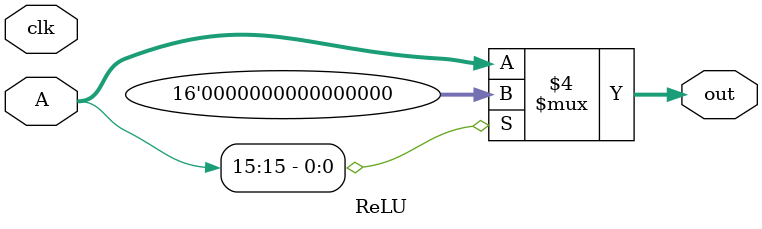
<source format=v>
module ReLU(A,out,clk);
  input [15:0]A;
  input clk;
  output reg [15:0]out;

  always @(clk)
    begin
      if (A[15]==0)
        out=A;
      else
        out=16'b0000000000000000;
    end
endmodule

</source>
